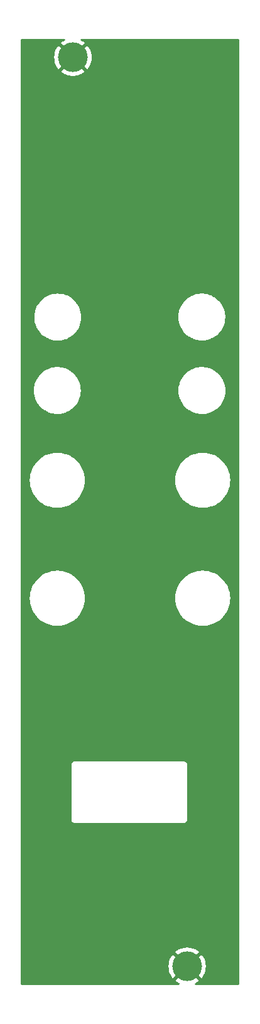
<source format=gbr>
%TF.GenerationSoftware,KiCad,Pcbnew,(6.0.7)*%
%TF.CreationDate,2023-02-07T22:18:10+09:00*%
%TF.ProjectId,scoppy_panel,73636f70-7079-45f7-9061-6e656c2e6b69,rev?*%
%TF.SameCoordinates,Original*%
%TF.FileFunction,Copper,L2,Bot*%
%TF.FilePolarity,Positive*%
%FSLAX46Y46*%
G04 Gerber Fmt 4.6, Leading zero omitted, Abs format (unit mm)*
G04 Created by KiCad (PCBNEW (6.0.7)) date 2023-02-07 22:18:10*
%MOMM*%
%LPD*%
G01*
G04 APERTURE LIST*
%TA.AperFunction,ComponentPad*%
%ADD10C,4.000000*%
%TD*%
G04 APERTURE END LIST*
D10*
%TO.P,REF12,1*%
%TO.N,GND*%
X162600000Y-30500000D03*
%TD*%
%TO.P,REF12,1*%
%TO.N,GND*%
X178000000Y-153000000D03*
%TD*%
%TA.AperFunction,Conductor*%
%TO.N,GND*%
G36*
X161503424Y-28028502D02*
G01*
X161549917Y-28082158D01*
X161560021Y-28152432D01*
X161530527Y-28217012D01*
X161496004Y-28244915D01*
X161256961Y-28376330D01*
X161250281Y-28380570D01*
X161027177Y-28542664D01*
X161018754Y-28553587D01*
X161025658Y-28566448D01*
X162587188Y-30127978D01*
X162601132Y-30135592D01*
X162602965Y-30135461D01*
X162609580Y-30131210D01*
X164174666Y-28566124D01*
X164181279Y-28554013D01*
X164172452Y-28542395D01*
X163949719Y-28380570D01*
X163943039Y-28376330D01*
X163703996Y-28244915D01*
X163653937Y-28194569D01*
X163639044Y-28125152D01*
X163664045Y-28058703D01*
X163721002Y-28016319D01*
X163764697Y-28008500D01*
X184865500Y-28008500D01*
X184933621Y-28028502D01*
X184980114Y-28082158D01*
X184991500Y-28134500D01*
X184991500Y-155365500D01*
X184971498Y-155433621D01*
X184917842Y-155480114D01*
X184865500Y-155491500D01*
X179164697Y-155491500D01*
X179096576Y-155471498D01*
X179050083Y-155417842D01*
X179039979Y-155347568D01*
X179069473Y-155282988D01*
X179103996Y-155255085D01*
X179343039Y-155123670D01*
X179349719Y-155119430D01*
X179572823Y-154957336D01*
X179581246Y-154946413D01*
X179574342Y-154933552D01*
X178012812Y-153372022D01*
X177998868Y-153364408D01*
X177997035Y-153364539D01*
X177990420Y-153368790D01*
X176425334Y-154933876D01*
X176418721Y-154945987D01*
X176427548Y-154957605D01*
X176650281Y-155119430D01*
X176656961Y-155123670D01*
X176896004Y-155255085D01*
X176946063Y-155305431D01*
X176960956Y-155374848D01*
X176935955Y-155441297D01*
X176878998Y-155483681D01*
X176835303Y-155491500D01*
X155734500Y-155491500D01*
X155666379Y-155471498D01*
X155619886Y-155417842D01*
X155608500Y-155365500D01*
X155608500Y-153003958D01*
X175487290Y-153003958D01*
X175506607Y-153310994D01*
X175507600Y-153318855D01*
X175565246Y-153621046D01*
X175567217Y-153628723D01*
X175662284Y-153921309D01*
X175665199Y-153928672D01*
X175796189Y-154207041D01*
X175800001Y-154213974D01*
X175964851Y-154473736D01*
X175969495Y-154480129D01*
X176044497Y-154570790D01*
X176057014Y-154579245D01*
X176067752Y-154573038D01*
X177627978Y-153012812D01*
X177634356Y-153001132D01*
X178364408Y-153001132D01*
X178364539Y-153002965D01*
X178368790Y-153009580D01*
X179931145Y-154571935D01*
X179944407Y-154579177D01*
X179954512Y-154571988D01*
X180030505Y-154480129D01*
X180035149Y-154473736D01*
X180199999Y-154213974D01*
X180203811Y-154207041D01*
X180334801Y-153928672D01*
X180337716Y-153921309D01*
X180432783Y-153628723D01*
X180434754Y-153621046D01*
X180492400Y-153318855D01*
X180493393Y-153310994D01*
X180512710Y-153003958D01*
X180512710Y-152996042D01*
X180493393Y-152689006D01*
X180492400Y-152681145D01*
X180434754Y-152378954D01*
X180432783Y-152371277D01*
X180337716Y-152078691D01*
X180334801Y-152071328D01*
X180203811Y-151792959D01*
X180199999Y-151786026D01*
X180035149Y-151526264D01*
X180030505Y-151519871D01*
X179955503Y-151429210D01*
X179942986Y-151420755D01*
X179932248Y-151426962D01*
X178372022Y-152987188D01*
X178364408Y-153001132D01*
X177634356Y-153001132D01*
X177635592Y-152998868D01*
X177635461Y-152997035D01*
X177631210Y-152990420D01*
X176068855Y-151428065D01*
X176055593Y-151420823D01*
X176045488Y-151428012D01*
X175969495Y-151519871D01*
X175964851Y-151526264D01*
X175800001Y-151786026D01*
X175796189Y-151792959D01*
X175665199Y-152071328D01*
X175662284Y-152078691D01*
X175567217Y-152371277D01*
X175565246Y-152378954D01*
X175507600Y-152681145D01*
X175506607Y-152689006D01*
X175487290Y-152996042D01*
X175487290Y-153003958D01*
X155608500Y-153003958D01*
X155608500Y-151053587D01*
X176418754Y-151053587D01*
X176425658Y-151066448D01*
X177987188Y-152627978D01*
X178001132Y-152635592D01*
X178002965Y-152635461D01*
X178009580Y-152631210D01*
X179574666Y-151066124D01*
X179581279Y-151054013D01*
X179572452Y-151042395D01*
X179349719Y-150880570D01*
X179343039Y-150876330D01*
X179073428Y-150728110D01*
X179066293Y-150724753D01*
X178780230Y-150611492D01*
X178772704Y-150609047D01*
X178474721Y-150532538D01*
X178466950Y-150531055D01*
X178161722Y-150492497D01*
X178153831Y-150492000D01*
X177846169Y-150492000D01*
X177838278Y-150492497D01*
X177533050Y-150531055D01*
X177525279Y-150532538D01*
X177227296Y-150609047D01*
X177219770Y-150611492D01*
X176933707Y-150724753D01*
X176926572Y-150728110D01*
X176656961Y-150876330D01*
X176650281Y-150880570D01*
X176427177Y-151042664D01*
X176418754Y-151053587D01*
X155608500Y-151053587D01*
X155608500Y-133269721D01*
X162391024Y-133269721D01*
X162393491Y-133278352D01*
X162399150Y-133298153D01*
X162402728Y-133314915D01*
X162406920Y-133344187D01*
X162410634Y-133352355D01*
X162410634Y-133352356D01*
X162417548Y-133367562D01*
X162423996Y-133385086D01*
X162431051Y-133409771D01*
X162435843Y-133417365D01*
X162435844Y-133417368D01*
X162446830Y-133434780D01*
X162454969Y-133449863D01*
X162467208Y-133476782D01*
X162473069Y-133483584D01*
X162483970Y-133496235D01*
X162495073Y-133511239D01*
X162508776Y-133532958D01*
X162515501Y-133538897D01*
X162515504Y-133538901D01*
X162530938Y-133552532D01*
X162542982Y-133564724D01*
X162556427Y-133580327D01*
X162556430Y-133580329D01*
X162562287Y-133587127D01*
X162569816Y-133592007D01*
X162569817Y-133592008D01*
X162583835Y-133601094D01*
X162598709Y-133612385D01*
X162611217Y-133623431D01*
X162617951Y-133629378D01*
X162644711Y-133641942D01*
X162659691Y-133650263D01*
X162676983Y-133661471D01*
X162676988Y-133661473D01*
X162684515Y-133666352D01*
X162693108Y-133668922D01*
X162693113Y-133668924D01*
X162709120Y-133673711D01*
X162726564Y-133680372D01*
X162741676Y-133687467D01*
X162741678Y-133687468D01*
X162749800Y-133691281D01*
X162758667Y-133692662D01*
X162758668Y-133692662D01*
X162761353Y-133693080D01*
X162779017Y-133695830D01*
X162795732Y-133699613D01*
X162815466Y-133705515D01*
X162815472Y-133705516D01*
X162824066Y-133708086D01*
X162833037Y-133708141D01*
X162833038Y-133708141D01*
X162843097Y-133708202D01*
X162858506Y-133708296D01*
X162859289Y-133708329D01*
X162860386Y-133708500D01*
X162891377Y-133708500D01*
X162892147Y-133708502D01*
X162965785Y-133708952D01*
X162965786Y-133708952D01*
X162969721Y-133708976D01*
X162971065Y-133708592D01*
X162972410Y-133708500D01*
X177491377Y-133708500D01*
X177492148Y-133708502D01*
X177569721Y-133708976D01*
X177598152Y-133700850D01*
X177614915Y-133697272D01*
X177615753Y-133697152D01*
X177644187Y-133693080D01*
X177667564Y-133682451D01*
X177685087Y-133676004D01*
X177709771Y-133668949D01*
X177717365Y-133664157D01*
X177717368Y-133664156D01*
X177734780Y-133653170D01*
X177749865Y-133645030D01*
X177776782Y-133632792D01*
X177796235Y-133616030D01*
X177811239Y-133604927D01*
X177832958Y-133591224D01*
X177838897Y-133584499D01*
X177838901Y-133584496D01*
X177852532Y-133569062D01*
X177864724Y-133557018D01*
X177880327Y-133543573D01*
X177880329Y-133543570D01*
X177887127Y-133537713D01*
X177901094Y-133516165D01*
X177912385Y-133501291D01*
X177923431Y-133488783D01*
X177923432Y-133488782D01*
X177929378Y-133482049D01*
X177941943Y-133455287D01*
X177950263Y-133440309D01*
X177961471Y-133423017D01*
X177961473Y-133423012D01*
X177966352Y-133415485D01*
X177968922Y-133406892D01*
X177968924Y-133406887D01*
X177973711Y-133390880D01*
X177980372Y-133373436D01*
X177987467Y-133358324D01*
X177987468Y-133358322D01*
X177991281Y-133350200D01*
X177995830Y-133320983D01*
X177999613Y-133304268D01*
X178005515Y-133284534D01*
X178005516Y-133284528D01*
X178008086Y-133275934D01*
X178008296Y-133241494D01*
X178008329Y-133240711D01*
X178008500Y-133239614D01*
X178008500Y-133208623D01*
X178008502Y-133207853D01*
X178008952Y-133134215D01*
X178008952Y-133134214D01*
X178008976Y-133130279D01*
X178008592Y-133128935D01*
X178008500Y-133127590D01*
X178008500Y-125908623D01*
X178008502Y-125907853D01*
X178008800Y-125859102D01*
X178008976Y-125830279D01*
X178000850Y-125801847D01*
X177997272Y-125785085D01*
X177994352Y-125764698D01*
X177993080Y-125755813D01*
X177982451Y-125732436D01*
X177976004Y-125714913D01*
X177971416Y-125698862D01*
X177968949Y-125690229D01*
X177964156Y-125682632D01*
X177953170Y-125665220D01*
X177945030Y-125650135D01*
X177942564Y-125644711D01*
X177932792Y-125623218D01*
X177916030Y-125603765D01*
X177904927Y-125588761D01*
X177891224Y-125567042D01*
X177884499Y-125561103D01*
X177884496Y-125561099D01*
X177869062Y-125547468D01*
X177857018Y-125535276D01*
X177843573Y-125519673D01*
X177843570Y-125519671D01*
X177837713Y-125512873D01*
X177824009Y-125503990D01*
X177816165Y-125498906D01*
X177801291Y-125487615D01*
X177788783Y-125476569D01*
X177788782Y-125476568D01*
X177782049Y-125470622D01*
X177755287Y-125458057D01*
X177740309Y-125449737D01*
X177723017Y-125438529D01*
X177723012Y-125438527D01*
X177715485Y-125433648D01*
X177706892Y-125431078D01*
X177706887Y-125431076D01*
X177690880Y-125426289D01*
X177673436Y-125419628D01*
X177658324Y-125412533D01*
X177658322Y-125412532D01*
X177650200Y-125408719D01*
X177641333Y-125407338D01*
X177641332Y-125407338D01*
X177630478Y-125405648D01*
X177620983Y-125404170D01*
X177604268Y-125400387D01*
X177584534Y-125394485D01*
X177584528Y-125394484D01*
X177575934Y-125391914D01*
X177566963Y-125391859D01*
X177566962Y-125391859D01*
X177556903Y-125391798D01*
X177541494Y-125391704D01*
X177540711Y-125391671D01*
X177539614Y-125391500D01*
X177508623Y-125391500D01*
X177507853Y-125391498D01*
X177434215Y-125391048D01*
X177434214Y-125391048D01*
X177430279Y-125391024D01*
X177428935Y-125391408D01*
X177427590Y-125391500D01*
X162908623Y-125391500D01*
X162907853Y-125391498D01*
X162907037Y-125391493D01*
X162830279Y-125391024D01*
X162807918Y-125397415D01*
X162801847Y-125399150D01*
X162785085Y-125402728D01*
X162755813Y-125406920D01*
X162747645Y-125410634D01*
X162747644Y-125410634D01*
X162732438Y-125417548D01*
X162714914Y-125423996D01*
X162690229Y-125431051D01*
X162682635Y-125435843D01*
X162682632Y-125435844D01*
X162665220Y-125446830D01*
X162650137Y-125454969D01*
X162623218Y-125467208D01*
X162616416Y-125473069D01*
X162603765Y-125483970D01*
X162588761Y-125495073D01*
X162567042Y-125508776D01*
X162561103Y-125515501D01*
X162561099Y-125515504D01*
X162547468Y-125530938D01*
X162535276Y-125542982D01*
X162519673Y-125556427D01*
X162519671Y-125556430D01*
X162512873Y-125562287D01*
X162507993Y-125569816D01*
X162507992Y-125569817D01*
X162498906Y-125583835D01*
X162487615Y-125598709D01*
X162476569Y-125611217D01*
X162470622Y-125617951D01*
X162464312Y-125631391D01*
X162458058Y-125644711D01*
X162449737Y-125659691D01*
X162438529Y-125676983D01*
X162438527Y-125676988D01*
X162433648Y-125684515D01*
X162431078Y-125693108D01*
X162431076Y-125693113D01*
X162426289Y-125709120D01*
X162419628Y-125726564D01*
X162412533Y-125741676D01*
X162408719Y-125749800D01*
X162407338Y-125758667D01*
X162407338Y-125758668D01*
X162404170Y-125779015D01*
X162400387Y-125795732D01*
X162394485Y-125815466D01*
X162394484Y-125815472D01*
X162391914Y-125824066D01*
X162391859Y-125833037D01*
X162391859Y-125833038D01*
X162391704Y-125858497D01*
X162391671Y-125859289D01*
X162391500Y-125860386D01*
X162391500Y-125891377D01*
X162391498Y-125892147D01*
X162391024Y-125969721D01*
X162391408Y-125971065D01*
X162391500Y-125972410D01*
X162391500Y-133191377D01*
X162391498Y-133192147D01*
X162391024Y-133269721D01*
X155608500Y-133269721D01*
X155608500Y-103400000D01*
X156786411Y-103400000D01*
X156806754Y-103788176D01*
X156867562Y-104172099D01*
X156968167Y-104547562D01*
X157107468Y-104910453D01*
X157283938Y-105256794D01*
X157495643Y-105582793D01*
X157740266Y-105884876D01*
X158015124Y-106159734D01*
X158317207Y-106404357D01*
X158643206Y-106616062D01*
X158646140Y-106617557D01*
X158646147Y-106617561D01*
X158986607Y-106791034D01*
X158989547Y-106792532D01*
X159352438Y-106931833D01*
X159727901Y-107032438D01*
X159931793Y-107064732D01*
X160108576Y-107092732D01*
X160108584Y-107092733D01*
X160111824Y-107093246D01*
X160402894Y-107108500D01*
X160597106Y-107108500D01*
X160888176Y-107093246D01*
X160891416Y-107092733D01*
X160891424Y-107092732D01*
X161068207Y-107064732D01*
X161272099Y-107032438D01*
X161647562Y-106931833D01*
X162010453Y-106792532D01*
X162013393Y-106791034D01*
X162353853Y-106617561D01*
X162353860Y-106617557D01*
X162356794Y-106616062D01*
X162682793Y-106404357D01*
X162984876Y-106159734D01*
X163259734Y-105884876D01*
X163504357Y-105582793D01*
X163714265Y-105259563D01*
X163714266Y-105259561D01*
X163716062Y-105256795D01*
X163717562Y-105253853D01*
X163891034Y-104913393D01*
X163892532Y-104910453D01*
X164031833Y-104547562D01*
X164132438Y-104172099D01*
X164193246Y-103788176D01*
X164213589Y-103400000D01*
X176386411Y-103400000D01*
X176406754Y-103788176D01*
X176467562Y-104172099D01*
X176568167Y-104547562D01*
X176707468Y-104910453D01*
X176883938Y-105256794D01*
X177095643Y-105582793D01*
X177340266Y-105884876D01*
X177615124Y-106159734D01*
X177917207Y-106404357D01*
X178243206Y-106616062D01*
X178246140Y-106617557D01*
X178246147Y-106617561D01*
X178586607Y-106791034D01*
X178589547Y-106792532D01*
X178952438Y-106931833D01*
X179327901Y-107032438D01*
X179531793Y-107064732D01*
X179708576Y-107092732D01*
X179708584Y-107092733D01*
X179711824Y-107093246D01*
X180002894Y-107108500D01*
X180197106Y-107108500D01*
X180488176Y-107093246D01*
X180491416Y-107092733D01*
X180491424Y-107092732D01*
X180668207Y-107064732D01*
X180872099Y-107032438D01*
X181247562Y-106931833D01*
X181610453Y-106792532D01*
X181613393Y-106791034D01*
X181953853Y-106617561D01*
X181953860Y-106617557D01*
X181956794Y-106616062D01*
X182282793Y-106404357D01*
X182584876Y-106159734D01*
X182859734Y-105884876D01*
X183104357Y-105582793D01*
X183314265Y-105259563D01*
X183314266Y-105259561D01*
X183316062Y-105256795D01*
X183317562Y-105253853D01*
X183491034Y-104913393D01*
X183492532Y-104910453D01*
X183631833Y-104547562D01*
X183732438Y-104172099D01*
X183793246Y-103788176D01*
X183813589Y-103400000D01*
X183793246Y-103011824D01*
X183732438Y-102627901D01*
X183631833Y-102252438D01*
X183492532Y-101889547D01*
X183316062Y-101543206D01*
X183104357Y-101217207D01*
X182859734Y-100915124D01*
X182584876Y-100640266D01*
X182282793Y-100395643D01*
X181956794Y-100183938D01*
X181953860Y-100182443D01*
X181953853Y-100182439D01*
X181613393Y-100008966D01*
X181610453Y-100007468D01*
X181247562Y-99868167D01*
X180872099Y-99767562D01*
X180668207Y-99735268D01*
X180491424Y-99707268D01*
X180491416Y-99707267D01*
X180488176Y-99706754D01*
X180197106Y-99691500D01*
X180002894Y-99691500D01*
X179711824Y-99706754D01*
X179708584Y-99707267D01*
X179708576Y-99707268D01*
X179531793Y-99735268D01*
X179327901Y-99767562D01*
X178952438Y-99868167D01*
X178589547Y-100007468D01*
X178586607Y-100008966D01*
X178246147Y-100182439D01*
X178246140Y-100182443D01*
X178243206Y-100183938D01*
X177917207Y-100395643D01*
X177615124Y-100640266D01*
X177340266Y-100915124D01*
X177095643Y-101217207D01*
X177093848Y-101219970D01*
X177093848Y-101219971D01*
X176885736Y-101540436D01*
X176885734Y-101540439D01*
X176883938Y-101543205D01*
X176882443Y-101546139D01*
X176882439Y-101546146D01*
X176708966Y-101886607D01*
X176707468Y-101889547D01*
X176568167Y-102252438D01*
X176467562Y-102627901D01*
X176406754Y-103011824D01*
X176386411Y-103400000D01*
X164213589Y-103400000D01*
X164193246Y-103011824D01*
X164132438Y-102627901D01*
X164031833Y-102252438D01*
X163892532Y-101889547D01*
X163716062Y-101543206D01*
X163504357Y-101217207D01*
X163259734Y-100915124D01*
X162984876Y-100640266D01*
X162682793Y-100395643D01*
X162356794Y-100183938D01*
X162353860Y-100182443D01*
X162353853Y-100182439D01*
X162013393Y-100008966D01*
X162010453Y-100007468D01*
X161647562Y-99868167D01*
X161272099Y-99767562D01*
X161068207Y-99735268D01*
X160891424Y-99707268D01*
X160891416Y-99707267D01*
X160888176Y-99706754D01*
X160597106Y-99691500D01*
X160402894Y-99691500D01*
X160111824Y-99706754D01*
X160108584Y-99707267D01*
X160108576Y-99707268D01*
X159931793Y-99735268D01*
X159727901Y-99767562D01*
X159352438Y-99868167D01*
X158989547Y-100007468D01*
X158986607Y-100008966D01*
X158646147Y-100182439D01*
X158646140Y-100182443D01*
X158643206Y-100183938D01*
X158317207Y-100395643D01*
X158015124Y-100640266D01*
X157740266Y-100915124D01*
X157495643Y-101217207D01*
X157493848Y-101219970D01*
X157493848Y-101219971D01*
X157285736Y-101540436D01*
X157285734Y-101540439D01*
X157283938Y-101543205D01*
X157282443Y-101546139D01*
X157282439Y-101546146D01*
X157108966Y-101886607D01*
X157107468Y-101889547D01*
X156968167Y-102252438D01*
X156867562Y-102627901D01*
X156806754Y-103011824D01*
X156786411Y-103400000D01*
X155608500Y-103400000D01*
X155608500Y-87500000D01*
X156786411Y-87500000D01*
X156806754Y-87888176D01*
X156867562Y-88272099D01*
X156968167Y-88647562D01*
X157107468Y-89010453D01*
X157283938Y-89356794D01*
X157495643Y-89682793D01*
X157740266Y-89984876D01*
X158015124Y-90259734D01*
X158317207Y-90504357D01*
X158643206Y-90716062D01*
X158646140Y-90717557D01*
X158646147Y-90717561D01*
X158986607Y-90891034D01*
X158989547Y-90892532D01*
X159352438Y-91031833D01*
X159727901Y-91132438D01*
X159931793Y-91164732D01*
X160108576Y-91192732D01*
X160108584Y-91192733D01*
X160111824Y-91193246D01*
X160402894Y-91208500D01*
X160597106Y-91208500D01*
X160888176Y-91193246D01*
X160891416Y-91192733D01*
X160891424Y-91192732D01*
X161068207Y-91164732D01*
X161272099Y-91132438D01*
X161647562Y-91031833D01*
X162010453Y-90892532D01*
X162013393Y-90891034D01*
X162353853Y-90717561D01*
X162353860Y-90717557D01*
X162356794Y-90716062D01*
X162682793Y-90504357D01*
X162984876Y-90259734D01*
X163259734Y-89984876D01*
X163504357Y-89682793D01*
X163714265Y-89359563D01*
X163714266Y-89359561D01*
X163716062Y-89356795D01*
X163717562Y-89353853D01*
X163891034Y-89013393D01*
X163892532Y-89010453D01*
X164031833Y-88647562D01*
X164132438Y-88272099D01*
X164193246Y-87888176D01*
X164213589Y-87500000D01*
X176386411Y-87500000D01*
X176406754Y-87888176D01*
X176467562Y-88272099D01*
X176568167Y-88647562D01*
X176707468Y-89010453D01*
X176883938Y-89356794D01*
X177095643Y-89682793D01*
X177340266Y-89984876D01*
X177615124Y-90259734D01*
X177917207Y-90504357D01*
X178243206Y-90716062D01*
X178246140Y-90717557D01*
X178246147Y-90717561D01*
X178586607Y-90891034D01*
X178589547Y-90892532D01*
X178952438Y-91031833D01*
X179327901Y-91132438D01*
X179531793Y-91164732D01*
X179708576Y-91192732D01*
X179708584Y-91192733D01*
X179711824Y-91193246D01*
X180002894Y-91208500D01*
X180197106Y-91208500D01*
X180488176Y-91193246D01*
X180491416Y-91192733D01*
X180491424Y-91192732D01*
X180668207Y-91164732D01*
X180872099Y-91132438D01*
X181247562Y-91031833D01*
X181610453Y-90892532D01*
X181613393Y-90891034D01*
X181953853Y-90717561D01*
X181953860Y-90717557D01*
X181956794Y-90716062D01*
X182282793Y-90504357D01*
X182584876Y-90259734D01*
X182859734Y-89984876D01*
X183104357Y-89682793D01*
X183314265Y-89359563D01*
X183314266Y-89359561D01*
X183316062Y-89356795D01*
X183317562Y-89353853D01*
X183491034Y-89013393D01*
X183492532Y-89010453D01*
X183631833Y-88647562D01*
X183732438Y-88272099D01*
X183793246Y-87888176D01*
X183813589Y-87500000D01*
X183793246Y-87111824D01*
X183732438Y-86727901D01*
X183631833Y-86352438D01*
X183492532Y-85989547D01*
X183316062Y-85643206D01*
X183104357Y-85317207D01*
X182859734Y-85015124D01*
X182584876Y-84740266D01*
X182282793Y-84495643D01*
X181956794Y-84283938D01*
X181953860Y-84282443D01*
X181953853Y-84282439D01*
X181613393Y-84108966D01*
X181610453Y-84107468D01*
X181247562Y-83968167D01*
X180872099Y-83867562D01*
X180668207Y-83835268D01*
X180491424Y-83807268D01*
X180491416Y-83807267D01*
X180488176Y-83806754D01*
X180197106Y-83791500D01*
X180002894Y-83791500D01*
X179711824Y-83806754D01*
X179708584Y-83807267D01*
X179708576Y-83807268D01*
X179531793Y-83835268D01*
X179327901Y-83867562D01*
X178952438Y-83968167D01*
X178589547Y-84107468D01*
X178586607Y-84108966D01*
X178246147Y-84282439D01*
X178246140Y-84282443D01*
X178243206Y-84283938D01*
X177917207Y-84495643D01*
X177615124Y-84740266D01*
X177340266Y-85015124D01*
X177095643Y-85317207D01*
X177093848Y-85319970D01*
X177093848Y-85319971D01*
X176885736Y-85640436D01*
X176885734Y-85640439D01*
X176883938Y-85643205D01*
X176882443Y-85646139D01*
X176882439Y-85646146D01*
X176708966Y-85986607D01*
X176707468Y-85989547D01*
X176568167Y-86352438D01*
X176467562Y-86727901D01*
X176406754Y-87111824D01*
X176386411Y-87500000D01*
X164213589Y-87500000D01*
X164193246Y-87111824D01*
X164132438Y-86727901D01*
X164031833Y-86352438D01*
X163892532Y-85989547D01*
X163716062Y-85643206D01*
X163504357Y-85317207D01*
X163259734Y-85015124D01*
X162984876Y-84740266D01*
X162682793Y-84495643D01*
X162356794Y-84283938D01*
X162353860Y-84282443D01*
X162353853Y-84282439D01*
X162013393Y-84108966D01*
X162010453Y-84107468D01*
X161647562Y-83968167D01*
X161272099Y-83867562D01*
X161068207Y-83835268D01*
X160891424Y-83807268D01*
X160891416Y-83807267D01*
X160888176Y-83806754D01*
X160597106Y-83791500D01*
X160402894Y-83791500D01*
X160111824Y-83806754D01*
X160108584Y-83807267D01*
X160108576Y-83807268D01*
X159931793Y-83835268D01*
X159727901Y-83867562D01*
X159352438Y-83968167D01*
X158989547Y-84107468D01*
X158986607Y-84108966D01*
X158646147Y-84282439D01*
X158646140Y-84282443D01*
X158643206Y-84283938D01*
X158317207Y-84495643D01*
X158015124Y-84740266D01*
X157740266Y-85015124D01*
X157495643Y-85317207D01*
X157493848Y-85319970D01*
X157493848Y-85319971D01*
X157285736Y-85640436D01*
X157285734Y-85640439D01*
X157283938Y-85643205D01*
X157282443Y-85646139D01*
X157282439Y-85646146D01*
X157108966Y-85986607D01*
X157107468Y-85989547D01*
X156968167Y-86352438D01*
X156867562Y-86727901D01*
X156806754Y-87111824D01*
X156786411Y-87500000D01*
X155608500Y-87500000D01*
X155608500Y-75377915D01*
X157336600Y-75377915D01*
X157353853Y-75730673D01*
X157354415Y-75734141D01*
X157354415Y-75734144D01*
X157409757Y-76075835D01*
X157410320Y-76079310D01*
X157505297Y-76419480D01*
X157637600Y-76746943D01*
X157639269Y-76750030D01*
X157639271Y-76750034D01*
X157659138Y-76786777D01*
X157805581Y-77057617D01*
X158007146Y-77347631D01*
X158009459Y-77350273D01*
X158009462Y-77350277D01*
X158224551Y-77595971D01*
X158239782Y-77613369D01*
X158500590Y-77851519D01*
X158786319Y-78059113D01*
X158789385Y-78060855D01*
X158789387Y-78060856D01*
X158827982Y-78082781D01*
X159093407Y-78233564D01*
X159134637Y-78251235D01*
X159414795Y-78371311D01*
X159414799Y-78371312D01*
X159418027Y-78372696D01*
X159470313Y-78388482D01*
X159752757Y-78473757D01*
X159752762Y-78473758D01*
X159756133Y-78474776D01*
X159955348Y-78511339D01*
X160100039Y-78537895D01*
X160100043Y-78537896D01*
X160103511Y-78538532D01*
X160293986Y-78551852D01*
X160386872Y-78558347D01*
X160386876Y-78558347D01*
X160389062Y-78558500D01*
X160589020Y-78558500D01*
X160590749Y-78558403D01*
X160590761Y-78558403D01*
X160778282Y-78547919D01*
X160852629Y-78543762D01*
X160926519Y-78531265D01*
X161197396Y-78485450D01*
X161197404Y-78485448D01*
X161200864Y-78484863D01*
X161540362Y-78387513D01*
X161654215Y-78340586D01*
X161863648Y-78254264D01*
X161863655Y-78254260D01*
X161866893Y-78252926D01*
X162058219Y-78147744D01*
X162173308Y-78084474D01*
X162173312Y-78084471D01*
X162176387Y-78082781D01*
X162464987Y-77879196D01*
X162551070Y-77802768D01*
X162726467Y-77647044D01*
X162726473Y-77647038D01*
X162729094Y-77644711D01*
X162965418Y-77382247D01*
X163034621Y-77285585D01*
X163168960Y-77097943D01*
X163168964Y-77097936D01*
X163171012Y-77095076D01*
X163343314Y-76786777D01*
X163480177Y-76461193D01*
X163481167Y-76457830D01*
X163481170Y-76457821D01*
X163578903Y-76125749D01*
X163579894Y-76122383D01*
X163641224Y-75774568D01*
X163663400Y-75422085D01*
X163661240Y-75377915D01*
X176836600Y-75377915D01*
X176853853Y-75730673D01*
X176854415Y-75734141D01*
X176854415Y-75734144D01*
X176909757Y-76075835D01*
X176910320Y-76079310D01*
X177005297Y-76419480D01*
X177137600Y-76746943D01*
X177139269Y-76750030D01*
X177139271Y-76750034D01*
X177159138Y-76786777D01*
X177305581Y-77057617D01*
X177507146Y-77347631D01*
X177509459Y-77350273D01*
X177509462Y-77350277D01*
X177724551Y-77595971D01*
X177739782Y-77613369D01*
X178000590Y-77851519D01*
X178286319Y-78059113D01*
X178289385Y-78060855D01*
X178289387Y-78060856D01*
X178327982Y-78082781D01*
X178593407Y-78233564D01*
X178634637Y-78251235D01*
X178914795Y-78371311D01*
X178914799Y-78371312D01*
X178918027Y-78372696D01*
X178970313Y-78388482D01*
X179252757Y-78473757D01*
X179252762Y-78473758D01*
X179256133Y-78474776D01*
X179455348Y-78511339D01*
X179600039Y-78537895D01*
X179600043Y-78537896D01*
X179603511Y-78538532D01*
X179793986Y-78551852D01*
X179886872Y-78558347D01*
X179886876Y-78558347D01*
X179889062Y-78558500D01*
X180089020Y-78558500D01*
X180090749Y-78558403D01*
X180090761Y-78558403D01*
X180278282Y-78547919D01*
X180352629Y-78543762D01*
X180426519Y-78531265D01*
X180697396Y-78485450D01*
X180697404Y-78485448D01*
X180700864Y-78484863D01*
X181040362Y-78387513D01*
X181154215Y-78340586D01*
X181363648Y-78254264D01*
X181363655Y-78254260D01*
X181366893Y-78252926D01*
X181558219Y-78147744D01*
X181673308Y-78084474D01*
X181673312Y-78084471D01*
X181676387Y-78082781D01*
X181964987Y-77879196D01*
X182051070Y-77802768D01*
X182226467Y-77647044D01*
X182226473Y-77647038D01*
X182229094Y-77644711D01*
X182465418Y-77382247D01*
X182534621Y-77285585D01*
X182668960Y-77097943D01*
X182668964Y-77097936D01*
X182671012Y-77095076D01*
X182843314Y-76786777D01*
X182980177Y-76461193D01*
X182981167Y-76457830D01*
X182981170Y-76457821D01*
X183078903Y-76125749D01*
X183079894Y-76122383D01*
X183141224Y-75774568D01*
X183163400Y-75422085D01*
X183146147Y-75069327D01*
X183138478Y-75021974D01*
X183090243Y-74724165D01*
X183090242Y-74724162D01*
X183089680Y-74720690D01*
X182994703Y-74380520D01*
X182862400Y-74053057D01*
X182842616Y-74016466D01*
X182802256Y-73941823D01*
X182694419Y-73742383D01*
X182492854Y-73452369D01*
X182460257Y-73415133D01*
X182262537Y-73189280D01*
X182260218Y-73186631D01*
X181999410Y-72948481D01*
X181713681Y-72740887D01*
X181675592Y-72719249D01*
X181409659Y-72568178D01*
X181406593Y-72566436D01*
X181244212Y-72496840D01*
X181085205Y-72428689D01*
X181085201Y-72428688D01*
X181081973Y-72427304D01*
X180956505Y-72389423D01*
X180747243Y-72326243D01*
X180747238Y-72326242D01*
X180743867Y-72325224D01*
X180544652Y-72288661D01*
X180399961Y-72262105D01*
X180399957Y-72262104D01*
X180396489Y-72261468D01*
X180206014Y-72248148D01*
X180113128Y-72241653D01*
X180113124Y-72241653D01*
X180110938Y-72241500D01*
X179910980Y-72241500D01*
X179909251Y-72241597D01*
X179909239Y-72241597D01*
X179721718Y-72252081D01*
X179647371Y-72256238D01*
X179612683Y-72262105D01*
X179302604Y-72314550D01*
X179302596Y-72314552D01*
X179299136Y-72315137D01*
X178959638Y-72412487D01*
X178845785Y-72459414D01*
X178636352Y-72545736D01*
X178636345Y-72545740D01*
X178633107Y-72547074D01*
X178441781Y-72652256D01*
X178326692Y-72715526D01*
X178326688Y-72715529D01*
X178323613Y-72717219D01*
X178035013Y-72920804D01*
X177948930Y-72997232D01*
X177773533Y-73152956D01*
X177773527Y-73152962D01*
X177770906Y-73155289D01*
X177534582Y-73417753D01*
X177507734Y-73455254D01*
X177331040Y-73702057D01*
X177331036Y-73702064D01*
X177328988Y-73704924D01*
X177156686Y-74013223D01*
X177019823Y-74338807D01*
X177018833Y-74342170D01*
X177018830Y-74342179D01*
X176957292Y-74551268D01*
X176920106Y-74677617D01*
X176858776Y-75025432D01*
X176836600Y-75377915D01*
X163661240Y-75377915D01*
X163646147Y-75069327D01*
X163638478Y-75021974D01*
X163590243Y-74724165D01*
X163590242Y-74724162D01*
X163589680Y-74720690D01*
X163494703Y-74380520D01*
X163362400Y-74053057D01*
X163342616Y-74016466D01*
X163302256Y-73941823D01*
X163194419Y-73742383D01*
X162992854Y-73452369D01*
X162960257Y-73415133D01*
X162762537Y-73189280D01*
X162760218Y-73186631D01*
X162499410Y-72948481D01*
X162213681Y-72740887D01*
X162175592Y-72719249D01*
X161909659Y-72568178D01*
X161906593Y-72566436D01*
X161744212Y-72496840D01*
X161585205Y-72428689D01*
X161585201Y-72428688D01*
X161581973Y-72427304D01*
X161456505Y-72389423D01*
X161247243Y-72326243D01*
X161247238Y-72326242D01*
X161243867Y-72325224D01*
X161044652Y-72288661D01*
X160899961Y-72262105D01*
X160899957Y-72262104D01*
X160896489Y-72261468D01*
X160706014Y-72248148D01*
X160613128Y-72241653D01*
X160613124Y-72241653D01*
X160610938Y-72241500D01*
X160410980Y-72241500D01*
X160409251Y-72241597D01*
X160409239Y-72241597D01*
X160221718Y-72252081D01*
X160147371Y-72256238D01*
X160112683Y-72262105D01*
X159802604Y-72314550D01*
X159802596Y-72314552D01*
X159799136Y-72315137D01*
X159459638Y-72412487D01*
X159345785Y-72459414D01*
X159136352Y-72545736D01*
X159136345Y-72545740D01*
X159133107Y-72547074D01*
X158941781Y-72652256D01*
X158826692Y-72715526D01*
X158826688Y-72715529D01*
X158823613Y-72717219D01*
X158535013Y-72920804D01*
X158448930Y-72997232D01*
X158273533Y-73152956D01*
X158273527Y-73152962D01*
X158270906Y-73155289D01*
X158034582Y-73417753D01*
X158007734Y-73455254D01*
X157831040Y-73702057D01*
X157831036Y-73702064D01*
X157828988Y-73704924D01*
X157656686Y-74013223D01*
X157519823Y-74338807D01*
X157518833Y-74342170D01*
X157518830Y-74342179D01*
X157457292Y-74551268D01*
X157420106Y-74677617D01*
X157358776Y-75025432D01*
X157336600Y-75377915D01*
X155608500Y-75377915D01*
X155608500Y-65487915D01*
X157396600Y-65487915D01*
X157398760Y-65532085D01*
X157413534Y-65834144D01*
X157413853Y-65840673D01*
X157414415Y-65844141D01*
X157414415Y-65844144D01*
X157468700Y-66179310D01*
X157470320Y-66189310D01*
X157565297Y-66529480D01*
X157578110Y-66561193D01*
X157694809Y-66850034D01*
X157697600Y-66856943D01*
X157699269Y-66860030D01*
X157699271Y-66860034D01*
X157719138Y-66896777D01*
X157865581Y-67167617D01*
X158067146Y-67457631D01*
X158069459Y-67460273D01*
X158069462Y-67460277D01*
X158284551Y-67705971D01*
X158299782Y-67723369D01*
X158560590Y-67961519D01*
X158846319Y-68169113D01*
X158849385Y-68170855D01*
X158849387Y-68170856D01*
X158887982Y-68192781D01*
X159153407Y-68343564D01*
X159178372Y-68354264D01*
X159474795Y-68481311D01*
X159474799Y-68481312D01*
X159478027Y-68482696D01*
X159530313Y-68498482D01*
X159812757Y-68583757D01*
X159812762Y-68583758D01*
X159816133Y-68584776D01*
X160015348Y-68621339D01*
X160160039Y-68647895D01*
X160160043Y-68647896D01*
X160163511Y-68648532D01*
X160353986Y-68661852D01*
X160446872Y-68668347D01*
X160446876Y-68668347D01*
X160449062Y-68668500D01*
X160649020Y-68668500D01*
X160650749Y-68668403D01*
X160650761Y-68668403D01*
X160838282Y-68657919D01*
X160912629Y-68653762D01*
X161006441Y-68637895D01*
X161257396Y-68595450D01*
X161257404Y-68595448D01*
X161260864Y-68594863D01*
X161600362Y-68497513D01*
X161714215Y-68450586D01*
X161923648Y-68364264D01*
X161923655Y-68364260D01*
X161926893Y-68362926D01*
X162118219Y-68257744D01*
X162233308Y-68194474D01*
X162233312Y-68194471D01*
X162236387Y-68192781D01*
X162524987Y-67989196D01*
X162611070Y-67912768D01*
X162786467Y-67757044D01*
X162786473Y-67757038D01*
X162789094Y-67754711D01*
X162795998Y-67747044D01*
X163023059Y-67494867D01*
X163023060Y-67494866D01*
X163025418Y-67492247D01*
X163094621Y-67395585D01*
X163228960Y-67207943D01*
X163228964Y-67207936D01*
X163231012Y-67205076D01*
X163403314Y-66896777D01*
X163540177Y-66571193D01*
X163541167Y-66567830D01*
X163541170Y-66567821D01*
X163638903Y-66235749D01*
X163639894Y-66232383D01*
X163701224Y-65884568D01*
X163704615Y-65830673D01*
X163723179Y-65535603D01*
X163723179Y-65535597D01*
X163723400Y-65532085D01*
X163720751Y-65477915D01*
X176816600Y-65477915D01*
X176833853Y-65830673D01*
X176834415Y-65834141D01*
X176834415Y-65834144D01*
X176842013Y-65881057D01*
X176890320Y-66179310D01*
X176891266Y-66182697D01*
X176891267Y-66182703D01*
X176893112Y-66189310D01*
X176985297Y-66519480D01*
X177117600Y-66846943D01*
X177119269Y-66850030D01*
X177119271Y-66850034D01*
X177139138Y-66886777D01*
X177285581Y-67157617D01*
X177487146Y-67447631D01*
X177489459Y-67450273D01*
X177489462Y-67450277D01*
X177526204Y-67492247D01*
X177719782Y-67713369D01*
X177980590Y-67951519D01*
X178266319Y-68159113D01*
X178269385Y-68160855D01*
X178269387Y-68160856D01*
X178307982Y-68182781D01*
X178573407Y-68333564D01*
X178641914Y-68362926D01*
X178894795Y-68471311D01*
X178894799Y-68471312D01*
X178898027Y-68472696D01*
X178950313Y-68488482D01*
X179232757Y-68573757D01*
X179232762Y-68573758D01*
X179236133Y-68574776D01*
X179435348Y-68611339D01*
X179580039Y-68637895D01*
X179580043Y-68637896D01*
X179583511Y-68638532D01*
X179773986Y-68651852D01*
X179866872Y-68658347D01*
X179866876Y-68658347D01*
X179869062Y-68658500D01*
X180069020Y-68658500D01*
X180070749Y-68658403D01*
X180070761Y-68658403D01*
X180258705Y-68647895D01*
X180332629Y-68643762D01*
X180406519Y-68631265D01*
X180677396Y-68585450D01*
X180677404Y-68585448D01*
X180680864Y-68584863D01*
X181020362Y-68487513D01*
X181134215Y-68440586D01*
X181343648Y-68354264D01*
X181343655Y-68354260D01*
X181346893Y-68352926D01*
X181538219Y-68247744D01*
X181653308Y-68184474D01*
X181653312Y-68184471D01*
X181656387Y-68182781D01*
X181944987Y-67979196D01*
X182031070Y-67902768D01*
X182206467Y-67747044D01*
X182206473Y-67747038D01*
X182209094Y-67744711D01*
X182228311Y-67723369D01*
X182443059Y-67484867D01*
X182443060Y-67484866D01*
X182445418Y-67482247D01*
X182514621Y-67385585D01*
X182648960Y-67197943D01*
X182648964Y-67197936D01*
X182651012Y-67195076D01*
X182823314Y-66886777D01*
X182960177Y-66561193D01*
X182961167Y-66557830D01*
X182961170Y-66557821D01*
X183058903Y-66225749D01*
X183059894Y-66222383D01*
X183121224Y-65874568D01*
X183123138Y-65844144D01*
X183143179Y-65525603D01*
X183143179Y-65525597D01*
X183143400Y-65522085D01*
X183126808Y-65182834D01*
X183126319Y-65172834D01*
X183126318Y-65172826D01*
X183126147Y-65169327D01*
X183118478Y-65121974D01*
X183070243Y-64824165D01*
X183070242Y-64824162D01*
X183069680Y-64820690D01*
X182974703Y-64480520D01*
X182846440Y-64163057D01*
X182843719Y-64156321D01*
X182843717Y-64156317D01*
X182842400Y-64153057D01*
X182828023Y-64126466D01*
X182782256Y-64041823D01*
X182674419Y-63842383D01*
X182472854Y-63552369D01*
X182451305Y-63527753D01*
X182242537Y-63289280D01*
X182240218Y-63286631D01*
X181979410Y-63048481D01*
X181693681Y-62840887D01*
X181655592Y-62819249D01*
X181592901Y-62783636D01*
X181386593Y-62666436D01*
X181224212Y-62596840D01*
X181065205Y-62528689D01*
X181065201Y-62528688D01*
X181061973Y-62527304D01*
X180936505Y-62489423D01*
X180727243Y-62426243D01*
X180727238Y-62426242D01*
X180723867Y-62425224D01*
X180524652Y-62388661D01*
X180379961Y-62362105D01*
X180379957Y-62362104D01*
X180376489Y-62361468D01*
X180186014Y-62348148D01*
X180093128Y-62341653D01*
X180093124Y-62341653D01*
X180090938Y-62341500D01*
X179890980Y-62341500D01*
X179889251Y-62341597D01*
X179889239Y-62341597D01*
X179709380Y-62351653D01*
X179627371Y-62356238D01*
X179592683Y-62362105D01*
X179282604Y-62414550D01*
X179282596Y-62414552D01*
X179279136Y-62415137D01*
X178939638Y-62512487D01*
X178825785Y-62559414D01*
X178616352Y-62645736D01*
X178616345Y-62645740D01*
X178613107Y-62647074D01*
X178556529Y-62678178D01*
X178306692Y-62815526D01*
X178306688Y-62815529D01*
X178303613Y-62817219D01*
X178015013Y-63020804D01*
X177969900Y-63060857D01*
X177753533Y-63252956D01*
X177753527Y-63252962D01*
X177750906Y-63255289D01*
X177748555Y-63257900D01*
X177748553Y-63257902D01*
X177741902Y-63265289D01*
X177514582Y-63517753D01*
X177482640Y-63562369D01*
X177311040Y-63802057D01*
X177311036Y-63802064D01*
X177308988Y-63804924D01*
X177136686Y-64113223D01*
X176999823Y-64438807D01*
X176998833Y-64442170D01*
X176998830Y-64442179D01*
X176937292Y-64651268D01*
X176900106Y-64777617D01*
X176838776Y-65125432D01*
X176838555Y-65128941D01*
X176838555Y-65128943D01*
X176835165Y-65182834D01*
X176816600Y-65477915D01*
X163720751Y-65477915D01*
X163706147Y-65179327D01*
X163705096Y-65172834D01*
X163650243Y-64834165D01*
X163650242Y-64834162D01*
X163649680Y-64830690D01*
X163647859Y-64824165D01*
X163555650Y-64493912D01*
X163554703Y-64490520D01*
X163422400Y-64163057D01*
X163402616Y-64126466D01*
X163362256Y-64051823D01*
X163254419Y-63852383D01*
X163052854Y-63562369D01*
X163046626Y-63555254D01*
X162822537Y-63299280D01*
X162820218Y-63296631D01*
X162559410Y-63058481D01*
X162273681Y-62850887D01*
X162235592Y-62829249D01*
X161969659Y-62678178D01*
X161966593Y-62676436D01*
X161804212Y-62606840D01*
X161645205Y-62538689D01*
X161645201Y-62538688D01*
X161641973Y-62537304D01*
X161516505Y-62499423D01*
X161307243Y-62436243D01*
X161307238Y-62436242D01*
X161303867Y-62435224D01*
X161104652Y-62398661D01*
X160959961Y-62372105D01*
X160959957Y-62372104D01*
X160956489Y-62371468D01*
X160766014Y-62358148D01*
X160673128Y-62351653D01*
X160673124Y-62351653D01*
X160670938Y-62351500D01*
X160470980Y-62351500D01*
X160469251Y-62351597D01*
X160469239Y-62351597D01*
X160292689Y-62361468D01*
X160207371Y-62366238D01*
X160172683Y-62372105D01*
X159862604Y-62424550D01*
X159862596Y-62424552D01*
X159859136Y-62425137D01*
X159519638Y-62522487D01*
X159405785Y-62569414D01*
X159196352Y-62655736D01*
X159196345Y-62655740D01*
X159193107Y-62657074D01*
X159001781Y-62762256D01*
X158886692Y-62825526D01*
X158886688Y-62825529D01*
X158883613Y-62827219D01*
X158595013Y-63030804D01*
X158508930Y-63107232D01*
X158333533Y-63262956D01*
X158333527Y-63262962D01*
X158330906Y-63265289D01*
X158328555Y-63267900D01*
X158328553Y-63267902D01*
X158309304Y-63289280D01*
X158094582Y-63527753D01*
X158067734Y-63565254D01*
X157891040Y-63812057D01*
X157891036Y-63812064D01*
X157888988Y-63814924D01*
X157716686Y-64123223D01*
X157579823Y-64448807D01*
X157578833Y-64452170D01*
X157578830Y-64452179D01*
X157517292Y-64661268D01*
X157480106Y-64787617D01*
X157418776Y-65135432D01*
X157418555Y-65138941D01*
X157418555Y-65138943D01*
X157416644Y-65169327D01*
X157396600Y-65487915D01*
X155608500Y-65487915D01*
X155608500Y-32445987D01*
X161018721Y-32445987D01*
X161027548Y-32457605D01*
X161250281Y-32619430D01*
X161256961Y-32623670D01*
X161526572Y-32771890D01*
X161533707Y-32775247D01*
X161819770Y-32888508D01*
X161827296Y-32890953D01*
X162125279Y-32967462D01*
X162133050Y-32968945D01*
X162438278Y-33007503D01*
X162446169Y-33008000D01*
X162753831Y-33008000D01*
X162761722Y-33007503D01*
X163066950Y-32968945D01*
X163074721Y-32967462D01*
X163372704Y-32890953D01*
X163380230Y-32888508D01*
X163666293Y-32775247D01*
X163673428Y-32771890D01*
X163943039Y-32623670D01*
X163949719Y-32619430D01*
X164172823Y-32457336D01*
X164181246Y-32446413D01*
X164174342Y-32433552D01*
X162612812Y-30872022D01*
X162598868Y-30864408D01*
X162597035Y-30864539D01*
X162590420Y-30868790D01*
X161025334Y-32433876D01*
X161018721Y-32445987D01*
X155608500Y-32445987D01*
X155608500Y-30503958D01*
X160087290Y-30503958D01*
X160106607Y-30810994D01*
X160107600Y-30818855D01*
X160165246Y-31121046D01*
X160167217Y-31128723D01*
X160262284Y-31421309D01*
X160265199Y-31428672D01*
X160396189Y-31707041D01*
X160400001Y-31713974D01*
X160564851Y-31973736D01*
X160569495Y-31980129D01*
X160644497Y-32070790D01*
X160657014Y-32079245D01*
X160667752Y-32073038D01*
X162227978Y-30512812D01*
X162234356Y-30501132D01*
X162964408Y-30501132D01*
X162964539Y-30502965D01*
X162968790Y-30509580D01*
X164531145Y-32071935D01*
X164544407Y-32079177D01*
X164554512Y-32071988D01*
X164630505Y-31980129D01*
X164635149Y-31973736D01*
X164799999Y-31713974D01*
X164803811Y-31707041D01*
X164934801Y-31428672D01*
X164937716Y-31421309D01*
X165032783Y-31128723D01*
X165034754Y-31121046D01*
X165092400Y-30818855D01*
X165093393Y-30810994D01*
X165112710Y-30503958D01*
X165112710Y-30496042D01*
X165093393Y-30189006D01*
X165092400Y-30181145D01*
X165034754Y-29878954D01*
X165032783Y-29871277D01*
X164937716Y-29578691D01*
X164934801Y-29571328D01*
X164803811Y-29292959D01*
X164799999Y-29286026D01*
X164635149Y-29026264D01*
X164630505Y-29019871D01*
X164555503Y-28929210D01*
X164542986Y-28920755D01*
X164532248Y-28926962D01*
X162972022Y-30487188D01*
X162964408Y-30501132D01*
X162234356Y-30501132D01*
X162235592Y-30498868D01*
X162235461Y-30497035D01*
X162231210Y-30490420D01*
X160668855Y-28928065D01*
X160655593Y-28920823D01*
X160645488Y-28928012D01*
X160569495Y-29019871D01*
X160564851Y-29026264D01*
X160400001Y-29286026D01*
X160396189Y-29292959D01*
X160265199Y-29571328D01*
X160262284Y-29578691D01*
X160167217Y-29871277D01*
X160165246Y-29878954D01*
X160107600Y-30181145D01*
X160106607Y-30189006D01*
X160087290Y-30496042D01*
X160087290Y-30503958D01*
X155608500Y-30503958D01*
X155608500Y-28134500D01*
X155628502Y-28066379D01*
X155682158Y-28019886D01*
X155734500Y-28008500D01*
X161435303Y-28008500D01*
X161503424Y-28028502D01*
G37*
%TD.AperFunction*%
%TD*%
M02*

</source>
